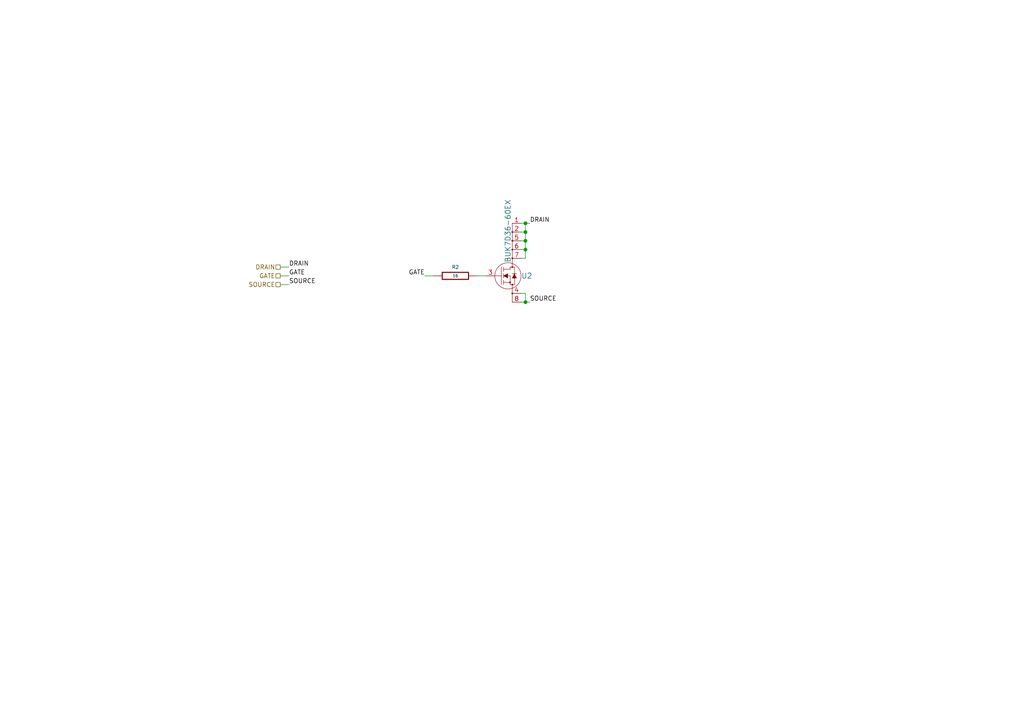
<source format=kicad_sch>
(kicad_sch (version 20230121) (generator eeschema)
  (paper "A4")
  (title_block (title "tmc5160_featherwing") (date "2024-04-10") (rev "1.0") (company "Howard Hughes Medical Institute"))
  (lib_symbols
    (symbol "Janelia:BUK7D36-60EX" (pin_names (offset 0) hide)
      (property "Reference" "U" (at 3.81 0 0))
      (property "Value" "BUK7D36-60EX" (at 0 3.81 90))
      (symbol "BUK7D36-60EX_0_1"
        (polyline (pts (xy -3.81 0) (xy -1.905 0)) (stroke (width 0.127)))
        (polyline (pts (xy -1.905 -2.54) (xy -1.905 2.54)) (stroke (width 0.127)))
        (polyline (pts (xy -1.27 -2.54) (xy -1.27 -1.27)) (stroke (width 0.127)))
        (polyline (pts (xy -1.27 -1.905) (xy 0.635 -1.905)) (stroke (width 0.127)))
        (polyline (pts (xy -1.27 -0.635) (xy -1.27 0.635)) (stroke (width 0.127)))
        (polyline (pts (xy -1.27 1.27) (xy -1.27 2.54)) (stroke (width 0.127)))
        (polyline (pts (xy -1.27 1.905) (xy 0.635 1.905)) (stroke (width 0.127)))
        (polyline (pts (xy 0 0) (xy 0.635 0)) (stroke (width 0.127)))
        (polyline (pts (xy 0.635 -2.54) (xy 0.635 0)) (stroke (width 0.127)))
        (polyline (pts (xy 0.635 -2.54) (xy 1.905 -2.54)) (stroke (width 0.127)))
        (polyline (pts (xy 0.635 1.905) (xy 0.635 2.54)) (stroke (width 0.127)))
        (polyline (pts (xy 0.635 2.54) (xy 1.905 2.54)) (stroke (width 0.127)))
        (polyline (pts (xy 1.27 -7.62) (xy 1.27 -3.81)) (stroke (width 0.127)))
        (polyline (pts (xy 1.27 -3.81) (xy 1.27 -2.54)) (stroke (width 0.127)))
        (polyline (pts (xy 1.27 15.24) (xy 1.27 2.54)) (stroke (width 0.127)))
        (polyline (pts (xy 1.905 -2.54) (xy 1.905 -0.635)) (stroke (width 0.127)))
        (polyline (pts (xy 1.905 0.635) (xy 1.905 2.54)) (stroke (width 0.127)))
        (polyline (pts (xy 2.54 0.635) (xy 1.27 0.635)) (stroke (width 0.127)))
        (polyline (pts (xy 0 0.635) (xy -1.27 0) (xy 0 -0.635)) (fill (type outline)))
        (polyline (pts (xy 2.54 -0.635) (xy 1.27 -0.635) (xy 1.905 0.635)) (fill (type outline)))
        (circle (center 0 0) (radius 3.81) (stroke (width 0.127)))
        (circle (center 0.635 -1.905) (radius 0.127) (stroke (width 0.254)))
        (circle (center 1.27 -5.08) (radius 0.127) (stroke (width 0.254)))
        (circle (center 1.27 -2.54) (radius 0.127) (stroke (width 0.254)))
        (circle (center 1.27 2.54) (radius 0.127) (stroke (width 0.254)))
        (circle (center 1.27 5.08) (radius 0.127) (stroke (width 0.254)))
        (circle (center 1.27 7.62) (radius 0.127) (stroke (width 0.254)))
        (circle (center 1.27 10.16) (radius 0.127) (stroke (width 0.254)))
        (circle (center 1.27 12.7) (radius 0.127) (stroke (width 0.254)))
      )
      (symbol "BUK7D36-60EX_1_1"
        (pin unspecified line (at 3.81 15.24 180) (length 2.54) (name "D") (number "1"))
        (pin unspecified line (at 3.81 12.7 180) (length 2.54) (name "D") (number "2"))
        (pin unspecified line (at -6.35 0 0) (length 2.54) (name "G") (number "3"))
        (pin unspecified line (at 3.81 -5.08 180) (length 2.54) (name "S") (number "4"))
        (pin unspecified line (at 3.81 10.16 180) (length 2.54) (name "D") (number "5"))
        (pin unspecified line (at 3.81 7.62 180) (length 2.54) (name "D") (number "6"))
        (pin unspecified line (at 3.81 5.08 180) (length 2.54) (name "D") (number "7"))
        (pin unspecified line (at 3.81 -7.62 180) (length 2.54) (name "S") (number "8"))
      )
    )
    (symbol "Janelia:R_15_0402" (pin_numbers hide) (pin_names (offset 0))
      (property "Reference" "R" (at 2.032 0 90))
      (property "Value" "15" (at 0 0 90))
      (symbol "R_15_0402_0_1"
        (rectangle (start -1.016 3.81) (end 1.016 -3.81) (stroke (width 0.3048)))
      )
      (symbol "R_15_0402_1_1"
        (pin passive line (at 0 6.35 270) (length 2.54) (name "~") (number "1"))
        (pin passive line (at 0 -6.35 90) (length 2.54) (name "~") (number "2"))
      )
    )
  )
  (junction (at 152.4 69.85))
  (junction (at 152.4 67.31))
  (junction (at 152.4 87.63))
  (junction (at 152.4 72.39))
  (junction (at 152.4 64.77))
  (wire (pts (xy 152.4 74.93) (xy 151.13 74.93)))
  (wire (pts (xy 81.28 77.47) (xy 83.82 77.47)))
  (wire (pts (xy 152.4 72.39) (xy 152.4 74.93)))
  (wire (pts (xy 151.13 67.31) (xy 152.4 67.31)))
  (wire (pts (xy 152.4 64.77) (xy 153.67 64.77)))
  (wire (pts (xy 152.4 69.85) (xy 152.4 72.39)))
  (wire (pts (xy 151.13 72.39) (xy 152.4 72.39)))
  (wire (pts (xy 81.28 80.01) (xy 83.82 80.01)))
  (wire (pts (xy 152.4 67.31) (xy 152.4 69.85)))
  (wire (pts (xy 151.13 69.85) (xy 152.4 69.85)))
  (wire (pts (xy 152.4 85.09) (xy 152.4 87.63)))
  (wire (pts (xy 138.43 80.01) (xy 140.97 80.01)))
  (wire (pts (xy 125.73 80.01) (xy 123.19 80.01)))
  (wire (pts (xy 81.28 82.55) (xy 83.82 82.55)))
  (wire (pts (xy 151.13 85.09) (xy 152.4 85.09)))
  (wire (pts (xy 151.13 64.77) (xy 152.4 64.77)))
  (wire (pts (xy 152.4 64.77) (xy 152.4 67.31)))
  (wire (pts (xy 152.4 87.63) (xy 153.67 87.63)))
  (wire (pts (xy 151.13 87.63) (xy 152.4 87.63)))
  (label "DRAIN" (at 153.67 64.77 0))
  (label "SOURCE" (at 83.82 82.55 0))
  (label "GATE" (at 83.82 80.01 0))
  (label "DRAIN" (at 83.82 77.47 0))
  (label "SOURCE" (at 153.67 87.63 0))
  (label "GATE" (at 123.19 80.01 180))
  (hierarchical_label "SOURCE" (shape passive) (at 81.28 82.55 180))
  (hierarchical_label "GATE" (shape passive) (at 81.28 80.01 180))
  (hierarchical_label "DRAIN" (shape passive) (at 81.28 77.47 180))
  (symbol (lib_id "Janelia:R_15_0402") (at 132.08 80.01 90) (unit 1)
    (property "Reference" "R2" (at 132.08 77.47 90) (effects (font (size 1.016 1.016))))
    (property "Value" "15" (at 132.08 80.01 90) (effects (font (size 0.762 0.762))))
    (property "Footprint" "Janelia:R_0402_1005Metric" (effects hide))
    (property "Vendor" "Digi-Key" (effects hide))
    (property "Vendor Part Number" "P15.0LCT-ND" (effects hide))
    (property "Description" "RES SMD 15 OHM 1% 1/10W" (effects hide))
    (property "Package" "0402" (effects hide))
    (property "Manufacturer" "Panasonic Electronic Components" (effects hide))
    (property "Manufacturer Part Number" "ERJ-2RKF15R0X" (effects hide))
    (instances (project "tmc5160_featherwing" (path "" (reference "R2") (unit 1)) (path "" (reference "R3") (unit 1)) (path "" (reference "R4") (unit 1)) (path "" (reference "R5") (unit 1)) (path "" (reference "R6") (unit 1)) (path "" (reference "R7") (unit 1)) (path "" (reference "R8") (unit 1)) (path "" (reference "R1") (unit 1))))
  )
  (symbol (lib_id "Janelia:BUK7D36-60EX") (at 147.32 80.01 0) (unit 1)
    (property "Reference" "U2" (at 151.13 80.01 0) (effects (font (size 1.524 1.524)) (justify left)))
    (property "Value" "BUK7D36-60EX" (at 147.32 76.2 90) (effects (font (size 1.524 1.524)) (justify left)))
    (property "Footprint" "Janelia:BUK7D3660EX_NEX" (effects hide))
    (property "Datasheet" "BUK7D36-60EX" (effects hide))
    (property "Description" "MOSFET N-CH 60V 5.5A/14A" (effects hide))
    (property "Package" "6DFN" (effects hide))
    (property "Manufacturer" "Nexperia USA Inc." (effects hide))
    (property "Manufacturer Part Number" "BUK7D36-60EX" (effects hide))
    (property "Vendor" "Digi-Key" (effects hide))
    (property "Vendor Part Number" "1727-BUK7D36-60EXCT-ND" (effects hide))
    (instances (project "tmc5160_featherwing" (path "" (reference "U2") (unit 1)) (path "" (reference "U3") (unit 1)) (path "" (reference "U4") (unit 1)) (path "" (reference "U5") (unit 1)) (path "" (reference "U6") (unit 1)) (path "" (reference "U7") (unit 1)) (path "" (reference "U8") (unit 1)) (path "" (reference "U9") (unit 1))))
  )
)
</source>
